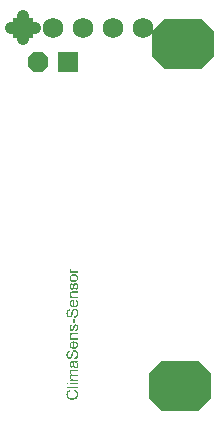
<source format=gts>
G04*
G04 #@! TF.GenerationSoftware,Altium Limited,Altium NEXUS,1.0.9 (89)*
G04*
G04 Layer_Color=8388736*
%FSLAX42Y42*%
%MOMM*%
G71*
G01*
G75*
%ADD12C,1.00*%
G04:AMPARAMS|DCode=13|XSize=4.2mm|YSize=5.2mm|CornerRadius=0mm|HoleSize=0mm|Usage=FLASHONLY|Rotation=270.000|XOffset=0mm|YOffset=0mm|HoleType=Round|Shape=Octagon|*
%AMOCTAGOND13*
4,1,8,2.60,1.05,2.60,-1.05,1.55,-2.10,-1.55,-2.10,-2.60,-1.05,-2.60,1.05,-1.55,2.10,1.55,2.10,2.60,1.05,0.0*
%
%ADD13OCTAGOND13*%

%ADD14P,1.87X8X22.5*%
%ADD15R,1.73X1.73*%
%ADD16C,1.73*%
G36*
X7664Y7599D02*
X7663Y7599D01*
X7663Y7599D01*
X7663Y7598D01*
X7662Y7597D01*
X7662Y7595D01*
X7661Y7594D01*
X7661Y7592D01*
X7661Y7591D01*
Y7590D01*
X7661Y7589D01*
X7661Y7589D01*
X7662Y7587D01*
X7662Y7586D01*
X7663Y7585D01*
X7663Y7584D01*
X7664Y7584D01*
X7664Y7583D01*
X7664Y7583D01*
X7665Y7582D01*
X7666Y7581D01*
X7667Y7581D01*
X7668Y7580D01*
X7670Y7580D01*
X7670Y7579D01*
X7671Y7579D01*
X7672Y7579D01*
X7674Y7579D01*
X7676Y7578D01*
X7678Y7578D01*
X7681Y7578D01*
X7684Y7578D01*
X7720D01*
Y7566D01*
X7650D01*
Y7577D01*
X7661D01*
X7661Y7577D01*
X7660Y7577D01*
X7659Y7578D01*
X7657Y7579D01*
X7655Y7580D01*
X7654Y7581D01*
X7652Y7583D01*
X7651Y7584D01*
X7651Y7584D01*
X7651Y7585D01*
X7651Y7585D01*
X7650Y7586D01*
X7650Y7587D01*
X7649Y7589D01*
X7649Y7590D01*
X7649Y7592D01*
Y7593D01*
X7649Y7594D01*
X7649Y7595D01*
X7650Y7597D01*
X7650Y7599D01*
X7651Y7601D01*
X7653Y7604D01*
X7664Y7599D01*
D02*
G37*
G36*
X7688Y7552D02*
X7689D01*
X7690Y7552D01*
X7692Y7552D01*
X7695Y7551D01*
X7699Y7550D01*
X7702Y7549D01*
X7705Y7548D01*
X7706D01*
X7706Y7548D01*
X7706Y7548D01*
X7707Y7547D01*
X7708Y7546D01*
X7710Y7545D01*
X7712Y7543D01*
X7714Y7541D01*
X7716Y7539D01*
X7717Y7536D01*
Y7536D01*
X7718Y7536D01*
X7718Y7536D01*
X7718Y7535D01*
X7718Y7534D01*
X7719Y7533D01*
X7719Y7531D01*
X7720Y7529D01*
X7721Y7526D01*
X7721Y7523D01*
X7722Y7519D01*
Y7518D01*
X7721Y7517D01*
X7721Y7516D01*
X7721Y7514D01*
X7721Y7513D01*
X7720Y7511D01*
X7719Y7507D01*
X7719Y7505D01*
X7718Y7503D01*
X7717Y7501D01*
X7715Y7499D01*
X7714Y7498D01*
X7712Y7496D01*
X7712Y7496D01*
X7712Y7496D01*
X7711Y7495D01*
X7711Y7495D01*
X7710Y7494D01*
X7708Y7493D01*
X7707Y7492D01*
X7705Y7492D01*
X7704Y7491D01*
X7702Y7490D01*
X7699Y7489D01*
X7697Y7488D01*
X7694Y7488D01*
X7691Y7487D01*
X7688Y7487D01*
X7685Y7487D01*
X7685D01*
X7684D01*
X7683Y7487D01*
X7682D01*
X7680Y7487D01*
X7679Y7488D01*
X7677Y7488D01*
X7674Y7488D01*
X7672Y7489D01*
X7670Y7490D01*
X7667Y7490D01*
X7665Y7492D01*
X7663Y7493D01*
X7661Y7494D01*
X7659Y7496D01*
X7657Y7498D01*
X7657Y7498D01*
X7656Y7498D01*
X7656Y7499D01*
X7655Y7499D01*
X7655Y7500D01*
X7654Y7501D01*
X7654Y7502D01*
X7653Y7504D01*
X7652Y7505D01*
X7651Y7507D01*
X7650Y7511D01*
X7649Y7515D01*
X7649Y7517D01*
X7649Y7519D01*
Y7521D01*
X7649Y7522D01*
X7649Y7523D01*
X7649Y7524D01*
X7650Y7526D01*
X7650Y7528D01*
X7651Y7532D01*
X7652Y7533D01*
X7653Y7535D01*
X7654Y7537D01*
X7655Y7539D01*
X7657Y7541D01*
X7658Y7543D01*
X7658Y7543D01*
X7659Y7543D01*
X7659Y7544D01*
X7660Y7544D01*
X7661Y7545D01*
X7662Y7546D01*
X7664Y7547D01*
X7665Y7548D01*
X7667Y7548D01*
X7669Y7549D01*
X7671Y7550D01*
X7673Y7551D01*
X7676Y7551D01*
X7678Y7552D01*
X7681Y7552D01*
X7684Y7552D01*
X7684D01*
X7685D01*
X7686D01*
X7686D01*
X7688Y7552D01*
D02*
G37*
G36*
X7702Y7477D02*
X7703Y7477D01*
X7705Y7477D01*
X7707Y7476D01*
X7709Y7475D01*
X7711Y7474D01*
X7711Y7474D01*
X7712Y7473D01*
X7713Y7472D01*
X7714Y7471D01*
X7715Y7470D01*
X7716Y7468D01*
X7718Y7466D01*
X7719Y7464D01*
X7719Y7464D01*
X7719Y7463D01*
X7720Y7461D01*
X7720Y7460D01*
X7721Y7457D01*
X7721Y7455D01*
X7721Y7452D01*
X7722Y7449D01*
Y7448D01*
X7721Y7447D01*
Y7446D01*
X7721Y7445D01*
X7721Y7442D01*
X7720Y7438D01*
X7719Y7435D01*
X7718Y7432D01*
X7717Y7430D01*
X7716Y7429D01*
Y7428D01*
X7716Y7428D01*
X7715Y7427D01*
X7714Y7426D01*
X7712Y7425D01*
X7709Y7423D01*
X7706Y7422D01*
X7703Y7420D01*
X7699Y7420D01*
X7697Y7431D01*
X7697D01*
X7698D01*
X7698Y7431D01*
X7700Y7432D01*
X7701Y7432D01*
X7703Y7433D01*
X7705Y7434D01*
X7707Y7435D01*
X7708Y7437D01*
X7708Y7437D01*
X7709Y7437D01*
X7709Y7438D01*
X7710Y7440D01*
X7711Y7442D01*
X7711Y7444D01*
X7712Y7446D01*
X7712Y7449D01*
Y7451D01*
X7712Y7452D01*
X7711Y7454D01*
X7711Y7456D01*
X7710Y7458D01*
X7710Y7460D01*
X7709Y7461D01*
X7708Y7461D01*
X7708Y7462D01*
X7707Y7463D01*
X7706Y7463D01*
X7705Y7464D01*
X7704Y7465D01*
X7702Y7465D01*
X7701Y7465D01*
X7701D01*
X7700D01*
X7699Y7465D01*
X7699Y7465D01*
X7698Y7464D01*
X7697Y7464D01*
X7695Y7463D01*
X7695Y7462D01*
X7694Y7462D01*
X7694Y7461D01*
X7694Y7460D01*
X7693Y7459D01*
X7693Y7458D01*
X7692Y7456D01*
X7692Y7454D01*
X7691Y7453D01*
X7691Y7451D01*
X7691Y7450D01*
Y7450D01*
X7690Y7449D01*
X7690Y7448D01*
X7690Y7448D01*
X7690Y7447D01*
X7689Y7445D01*
X7689Y7443D01*
X7688Y7440D01*
X7687Y7437D01*
X7686Y7434D01*
X7685Y7433D01*
X7685Y7432D01*
X7685Y7431D01*
X7684Y7431D01*
X7684Y7430D01*
X7683Y7429D01*
X7682Y7428D01*
X7681Y7426D01*
X7680Y7425D01*
X7678Y7424D01*
X7678Y7424D01*
X7678Y7424D01*
X7677Y7423D01*
X7675Y7423D01*
X7674Y7422D01*
X7672Y7422D01*
X7671Y7422D01*
X7669Y7422D01*
X7669D01*
X7668D01*
X7667Y7422D01*
X7666Y7422D01*
X7665Y7422D01*
X7663Y7422D01*
X7662Y7423D01*
X7660Y7424D01*
X7660Y7424D01*
X7660Y7424D01*
X7659Y7424D01*
X7658Y7425D01*
X7657Y7426D01*
X7656Y7427D01*
X7655Y7428D01*
X7654Y7429D01*
X7654Y7430D01*
X7653Y7430D01*
X7653Y7431D01*
X7653Y7431D01*
X7652Y7432D01*
X7651Y7434D01*
X7651Y7435D01*
X7650Y7437D01*
Y7437D01*
X7650Y7438D01*
X7650Y7439D01*
X7650Y7440D01*
X7649Y7442D01*
X7649Y7443D01*
X7649Y7445D01*
Y7449D01*
X7649Y7450D01*
X7649Y7452D01*
X7649Y7454D01*
X7650Y7457D01*
X7650Y7459D01*
X7651Y7462D01*
Y7462D01*
X7651Y7462D01*
X7652Y7463D01*
X7652Y7464D01*
X7653Y7465D01*
X7654Y7467D01*
X7655Y7468D01*
X7656Y7469D01*
X7658Y7471D01*
X7658Y7471D01*
X7658Y7471D01*
X7659Y7472D01*
X7661Y7472D01*
X7662Y7473D01*
X7664Y7474D01*
X7666Y7474D01*
X7668Y7475D01*
X7670Y7463D01*
X7670D01*
X7669Y7463D01*
X7668Y7463D01*
X7667Y7462D01*
X7666Y7462D01*
X7664Y7461D01*
X7663Y7460D01*
X7662Y7459D01*
X7662Y7458D01*
X7661Y7458D01*
X7661Y7457D01*
X7660Y7456D01*
X7660Y7454D01*
X7659Y7453D01*
X7659Y7450D01*
X7659Y7448D01*
Y7447D01*
X7659Y7445D01*
X7659Y7444D01*
X7659Y7442D01*
X7660Y7440D01*
X7660Y7438D01*
X7661Y7436D01*
X7661Y7436D01*
X7662Y7436D01*
X7662Y7435D01*
X7663Y7435D01*
X7664Y7434D01*
X7665Y7434D01*
X7666Y7433D01*
X7667Y7433D01*
X7668D01*
X7668D01*
X7668Y7433D01*
X7669D01*
X7670Y7434D01*
X7672Y7434D01*
X7672Y7435D01*
X7672Y7435D01*
X7673Y7436D01*
X7673Y7436D01*
X7674Y7437D01*
X7674Y7438D01*
X7675Y7439D01*
Y7439D01*
X7675Y7439D01*
X7675Y7440D01*
X7675Y7441D01*
X7676Y7442D01*
X7676Y7444D01*
X7677Y7445D01*
X7677Y7446D01*
X7677Y7448D01*
X7678Y7449D01*
Y7449D01*
X7678Y7450D01*
X7678Y7450D01*
X7678Y7451D01*
X7679Y7452D01*
X7679Y7454D01*
X7680Y7456D01*
X7681Y7459D01*
X7682Y7462D01*
X7682Y7465D01*
X7683Y7466D01*
X7683Y7467D01*
X7683Y7467D01*
X7684Y7468D01*
X7684Y7468D01*
X7685Y7470D01*
X7686Y7471D01*
X7687Y7472D01*
X7688Y7473D01*
X7690Y7475D01*
X7690Y7475D01*
X7690Y7475D01*
X7691Y7475D01*
X7692Y7476D01*
X7694Y7477D01*
X7695Y7477D01*
X7697Y7477D01*
X7700Y7477D01*
X7700D01*
X7701D01*
X7702Y7477D01*
D02*
G37*
G36*
X7720Y7394D02*
X7678D01*
X7678D01*
X7677D01*
X7677D01*
X7675D01*
X7674Y7394D01*
X7672Y7394D01*
X7670Y7394D01*
X7668Y7393D01*
X7667Y7393D01*
X7667D01*
X7666Y7393D01*
X7666Y7392D01*
X7665Y7392D01*
X7664Y7391D01*
X7663Y7390D01*
X7662Y7389D01*
X7661Y7388D01*
X7661Y7388D01*
X7661Y7387D01*
X7661Y7387D01*
X7660Y7386D01*
X7660Y7384D01*
X7659Y7383D01*
X7659Y7381D01*
X7659Y7380D01*
Y7378D01*
X7659Y7377D01*
X7660Y7375D01*
X7660Y7373D01*
X7661Y7371D01*
X7662Y7369D01*
X7664Y7367D01*
X7664Y7367D01*
X7665Y7366D01*
X7665Y7366D01*
X7666Y7365D01*
X7667Y7365D01*
X7668Y7364D01*
X7669Y7364D01*
X7670Y7363D01*
X7672Y7363D01*
X7674Y7362D01*
X7675Y7362D01*
X7677Y7362D01*
X7680Y7361D01*
X7682D01*
X7720D01*
Y7350D01*
X7650D01*
Y7360D01*
X7660D01*
X7660Y7360D01*
X7660Y7361D01*
X7659Y7361D01*
X7659Y7362D01*
X7658Y7362D01*
X7657Y7363D01*
X7656Y7365D01*
X7655Y7366D01*
X7654Y7367D01*
X7653Y7369D01*
X7652Y7371D01*
X7651Y7373D01*
X7650Y7375D01*
X7649Y7377D01*
X7649Y7380D01*
X7649Y7382D01*
Y7383D01*
X7649Y7385D01*
X7649Y7386D01*
X7649Y7388D01*
X7650Y7390D01*
X7650Y7392D01*
X7651Y7394D01*
X7651Y7394D01*
X7652Y7395D01*
X7652Y7396D01*
X7653Y7397D01*
X7654Y7398D01*
X7655Y7399D01*
X7656Y7401D01*
X7657Y7402D01*
X7657Y7402D01*
X7658Y7402D01*
X7659Y7403D01*
X7660Y7403D01*
X7661Y7404D01*
X7662Y7404D01*
X7664Y7405D01*
X7666Y7405D01*
X7666D01*
X7666Y7406D01*
X7667Y7406D01*
X7668Y7406D01*
X7670D01*
X7672Y7406D01*
X7674Y7406D01*
X7677D01*
X7720D01*
Y7394D01*
D02*
G37*
G36*
X7688Y7335D02*
Y7283D01*
X7688D01*
X7689D01*
X7689Y7283D01*
X7690D01*
X7691Y7283D01*
X7692Y7284D01*
X7695Y7284D01*
X7698Y7285D01*
X7700Y7286D01*
X7703Y7288D01*
X7706Y7290D01*
X7706Y7290D01*
X7707Y7291D01*
X7708Y7292D01*
X7709Y7294D01*
X7710Y7296D01*
X7711Y7298D01*
X7712Y7301D01*
X7712Y7304D01*
Y7305D01*
X7712Y7306D01*
X7711Y7308D01*
X7711Y7310D01*
X7710Y7311D01*
X7710Y7313D01*
X7709Y7315D01*
X7708Y7315D01*
X7708Y7316D01*
X7707Y7317D01*
X7706Y7318D01*
X7704Y7319D01*
X7702Y7320D01*
X7700Y7321D01*
X7698Y7323D01*
X7699Y7335D01*
X7699D01*
X7700Y7335D01*
X7700Y7334D01*
X7701Y7334D01*
X7702Y7334D01*
X7703Y7333D01*
X7705Y7332D01*
X7708Y7331D01*
X7711Y7329D01*
X7713Y7327D01*
X7716Y7324D01*
Y7324D01*
X7716Y7324D01*
X7716Y7323D01*
X7717Y7323D01*
X7717Y7322D01*
X7718Y7321D01*
X7718Y7320D01*
X7719Y7319D01*
X7720Y7316D01*
X7721Y7312D01*
X7721Y7308D01*
X7722Y7304D01*
Y7303D01*
X7721Y7302D01*
X7721Y7300D01*
X7721Y7299D01*
X7721Y7297D01*
X7720Y7295D01*
X7719Y7292D01*
X7719Y7289D01*
X7718Y7287D01*
X7717Y7285D01*
X7715Y7283D01*
X7714Y7282D01*
X7712Y7280D01*
X7712Y7280D01*
X7712Y7279D01*
X7711Y7279D01*
X7711Y7278D01*
X7710Y7278D01*
X7708Y7277D01*
X7707Y7276D01*
X7705Y7275D01*
X7704Y7275D01*
X7702Y7274D01*
X7700Y7273D01*
X7697Y7272D01*
X7695Y7272D01*
X7692Y7271D01*
X7689Y7271D01*
X7686Y7271D01*
X7686D01*
X7685D01*
X7684D01*
X7683Y7271D01*
X7681Y7271D01*
X7680Y7271D01*
X7678Y7272D01*
X7676Y7272D01*
X7671Y7273D01*
X7669Y7274D01*
X7667Y7275D01*
X7665Y7276D01*
X7663Y7277D01*
X7660Y7278D01*
X7659Y7280D01*
X7658Y7280D01*
X7658Y7280D01*
X7658Y7281D01*
X7657Y7282D01*
X7656Y7283D01*
X7655Y7284D01*
X7655Y7285D01*
X7654Y7286D01*
X7653Y7288D01*
X7652Y7290D01*
X7651Y7292D01*
X7650Y7294D01*
X7650Y7296D01*
X7649Y7298D01*
X7649Y7301D01*
X7649Y7303D01*
Y7305D01*
X7649Y7306D01*
X7649Y7307D01*
X7649Y7308D01*
X7650Y7310D01*
X7650Y7311D01*
X7651Y7315D01*
X7652Y7317D01*
X7653Y7319D01*
X7654Y7321D01*
X7655Y7323D01*
X7657Y7324D01*
X7658Y7326D01*
X7659Y7326D01*
X7659Y7327D01*
X7659Y7327D01*
X7660Y7328D01*
X7661Y7328D01*
X7662Y7329D01*
X7664Y7330D01*
X7665Y7331D01*
X7667Y7331D01*
X7669Y7332D01*
X7671Y7333D01*
X7674Y7334D01*
X7676Y7334D01*
X7679Y7335D01*
X7682Y7335D01*
X7685Y7335D01*
X7685D01*
X7686D01*
X7687D01*
X7688Y7335D01*
D02*
G37*
G36*
X7696Y7259D02*
X7698Y7259D01*
X7700Y7258D01*
X7702Y7257D01*
X7705Y7256D01*
X7707Y7255D01*
X7708D01*
X7708Y7255D01*
X7709Y7254D01*
X7710Y7253D01*
X7711Y7251D01*
X7713Y7250D01*
X7715Y7247D01*
X7716Y7245D01*
X7718Y7242D01*
Y7242D01*
X7718Y7242D01*
X7718Y7241D01*
X7718Y7241D01*
X7719Y7240D01*
X7719Y7239D01*
X7720Y7237D01*
X7720Y7234D01*
X7721Y7231D01*
X7721Y7227D01*
X7722Y7224D01*
Y7221D01*
X7721Y7220D01*
Y7219D01*
X7721Y7218D01*
X7721Y7216D01*
X7721Y7213D01*
X7720Y7209D01*
X7719Y7205D01*
X7718Y7202D01*
Y7202D01*
X7718Y7201D01*
X7717Y7201D01*
X7717Y7200D01*
X7716Y7199D01*
X7715Y7197D01*
X7713Y7194D01*
X7711Y7192D01*
X7709Y7190D01*
X7706Y7188D01*
X7706D01*
X7706Y7188D01*
X7706Y7187D01*
X7705Y7187D01*
X7704Y7187D01*
X7703Y7186D01*
X7701Y7185D01*
X7699Y7184D01*
X7696Y7184D01*
X7693Y7183D01*
X7689Y7183D01*
X7688Y7195D01*
X7688D01*
X7688D01*
X7689Y7195D01*
X7691Y7195D01*
X7692Y7195D01*
X7694Y7196D01*
X7696Y7197D01*
X7698Y7198D01*
X7700Y7199D01*
X7700Y7199D01*
X7701Y7199D01*
X7702Y7200D01*
X7703Y7201D01*
X7704Y7202D01*
X7705Y7204D01*
X7706Y7206D01*
X7707Y7208D01*
Y7208D01*
X7708Y7209D01*
X7708Y7209D01*
X7708Y7211D01*
X7709Y7213D01*
X7709Y7215D01*
X7710Y7217D01*
X7710Y7220D01*
X7710Y7223D01*
Y7224D01*
X7710Y7226D01*
X7710Y7227D01*
X7710Y7229D01*
X7709Y7231D01*
X7709Y7234D01*
X7708Y7236D01*
X7708Y7236D01*
X7708Y7237D01*
X7707Y7238D01*
X7707Y7239D01*
X7706Y7240D01*
X7705Y7242D01*
X7704Y7243D01*
X7702Y7244D01*
X7702Y7244D01*
X7702Y7244D01*
X7701Y7245D01*
X7700Y7245D01*
X7699Y7246D01*
X7697Y7246D01*
X7696Y7247D01*
X7694Y7247D01*
X7694D01*
X7693D01*
X7692Y7247D01*
X7691Y7247D01*
X7690Y7246D01*
X7689Y7246D01*
X7687Y7245D01*
X7686Y7244D01*
X7686Y7244D01*
X7686Y7244D01*
X7685Y7243D01*
X7684Y7242D01*
X7683Y7241D01*
X7682Y7240D01*
X7681Y7238D01*
X7680Y7236D01*
X7680Y7235D01*
X7680Y7235D01*
X7680Y7234D01*
X7680Y7233D01*
X7679Y7232D01*
X7679Y7231D01*
X7679Y7230D01*
X7678Y7228D01*
X7678Y7227D01*
X7677Y7225D01*
X7677Y7223D01*
X7676Y7221D01*
X7676Y7218D01*
Y7218D01*
X7676Y7218D01*
X7675Y7217D01*
X7675Y7216D01*
X7675Y7215D01*
X7675Y7214D01*
X7674Y7211D01*
X7673Y7208D01*
X7672Y7205D01*
X7671Y7202D01*
X7670Y7201D01*
X7670Y7200D01*
Y7200D01*
X7670Y7200D01*
X7669Y7199D01*
X7668Y7198D01*
X7667Y7196D01*
X7666Y7194D01*
X7665Y7193D01*
X7663Y7191D01*
X7661Y7190D01*
X7661Y7189D01*
X7660Y7189D01*
X7659Y7189D01*
X7657Y7188D01*
X7656Y7187D01*
X7654Y7187D01*
X7651Y7186D01*
X7649Y7186D01*
X7649D01*
X7649D01*
X7648D01*
X7648D01*
X7646Y7187D01*
X7644Y7187D01*
X7642Y7187D01*
X7640Y7188D01*
X7638Y7189D01*
X7635Y7190D01*
X7635D01*
X7635Y7190D01*
X7634Y7191D01*
X7633Y7192D01*
X7632Y7193D01*
X7630Y7195D01*
X7628Y7197D01*
X7627Y7200D01*
X7626Y7202D01*
Y7203D01*
X7625Y7203D01*
X7625Y7203D01*
X7625Y7204D01*
X7625Y7205D01*
X7625Y7205D01*
X7624Y7208D01*
X7623Y7210D01*
X7623Y7213D01*
X7622Y7217D01*
X7622Y7220D01*
Y7222D01*
X7622Y7223D01*
Y7224D01*
X7623Y7226D01*
X7623Y7229D01*
X7624Y7232D01*
X7625Y7236D01*
X7626Y7239D01*
Y7239D01*
X7626Y7239D01*
X7626Y7240D01*
X7626Y7240D01*
X7627Y7242D01*
X7628Y7244D01*
X7630Y7246D01*
X7632Y7248D01*
X7634Y7250D01*
X7636Y7251D01*
X7636Y7252D01*
X7637Y7252D01*
X7639Y7253D01*
X7640Y7254D01*
X7643Y7255D01*
X7645Y7255D01*
X7648Y7256D01*
X7651Y7256D01*
X7652Y7244D01*
X7652D01*
X7651D01*
X7651Y7244D01*
X7650Y7244D01*
X7649Y7244D01*
X7647Y7243D01*
X7645Y7242D01*
X7642Y7241D01*
X7640Y7239D01*
X7638Y7237D01*
X7638Y7237D01*
X7638Y7236D01*
X7637Y7235D01*
X7636Y7233D01*
X7635Y7231D01*
X7634Y7228D01*
X7634Y7224D01*
X7634Y7221D01*
Y7219D01*
X7634Y7218D01*
X7634Y7217D01*
X7634Y7214D01*
X7635Y7211D01*
X7635Y7209D01*
X7636Y7206D01*
X7637Y7205D01*
X7638Y7204D01*
X7638Y7204D01*
X7639Y7203D01*
X7640Y7202D01*
X7641Y7201D01*
X7642Y7200D01*
X7644Y7199D01*
X7646Y7199D01*
X7648Y7199D01*
X7648D01*
X7649D01*
X7650Y7199D01*
X7651Y7199D01*
X7652Y7199D01*
X7654Y7200D01*
X7655Y7201D01*
X7657Y7202D01*
X7657Y7202D01*
X7657Y7203D01*
X7657Y7204D01*
X7658Y7204D01*
X7658Y7205D01*
X7659Y7206D01*
X7659Y7207D01*
X7660Y7209D01*
X7660Y7210D01*
X7661Y7212D01*
X7662Y7214D01*
X7662Y7216D01*
X7663Y7219D01*
X7664Y7221D01*
Y7222D01*
X7664Y7222D01*
X7664Y7223D01*
X7664Y7224D01*
X7664Y7225D01*
X7665Y7227D01*
X7665Y7230D01*
X7666Y7233D01*
X7667Y7237D01*
X7668Y7239D01*
X7668Y7240D01*
X7669Y7242D01*
X7669Y7243D01*
Y7243D01*
X7670Y7243D01*
X7670Y7244D01*
X7670Y7244D01*
X7671Y7246D01*
X7672Y7247D01*
X7674Y7249D01*
X7675Y7252D01*
X7677Y7253D01*
X7679Y7255D01*
X7680Y7255D01*
X7680Y7256D01*
X7682Y7256D01*
X7683Y7257D01*
X7685Y7258D01*
X7687Y7259D01*
X7690Y7259D01*
X7693Y7259D01*
X7693D01*
X7693D01*
X7694D01*
X7694D01*
X7696Y7259D01*
D02*
G37*
G36*
X7691Y7136D02*
X7679D01*
Y7172D01*
X7691D01*
Y7136D01*
D02*
G37*
G36*
X7702Y7127D02*
X7703Y7126D01*
X7705Y7126D01*
X7707Y7125D01*
X7709Y7124D01*
X7711Y7123D01*
X7711Y7123D01*
X7712Y7123D01*
X7713Y7122D01*
X7714Y7121D01*
X7715Y7119D01*
X7716Y7118D01*
X7718Y7116D01*
X7719Y7113D01*
X7719Y7113D01*
X7719Y7112D01*
X7720Y7111D01*
X7720Y7109D01*
X7721Y7107D01*
X7721Y7104D01*
X7721Y7102D01*
X7722Y7099D01*
Y7097D01*
X7721Y7096D01*
Y7095D01*
X7721Y7094D01*
X7721Y7091D01*
X7720Y7088D01*
X7719Y7084D01*
X7718Y7081D01*
X7717Y7079D01*
X7716Y7078D01*
Y7078D01*
X7716Y7078D01*
X7715Y7077D01*
X7714Y7076D01*
X7712Y7074D01*
X7709Y7073D01*
X7706Y7071D01*
X7703Y7070D01*
X7699Y7069D01*
X7697Y7081D01*
X7697D01*
X7698D01*
X7698Y7081D01*
X7700Y7081D01*
X7701Y7082D01*
X7703Y7082D01*
X7705Y7083D01*
X7707Y7085D01*
X7708Y7086D01*
X7708Y7086D01*
X7709Y7087D01*
X7709Y7088D01*
X7710Y7089D01*
X7711Y7091D01*
X7711Y7093D01*
X7712Y7096D01*
X7712Y7099D01*
Y7100D01*
X7712Y7101D01*
X7711Y7103D01*
X7711Y7105D01*
X7710Y7107D01*
X7710Y7109D01*
X7709Y7111D01*
X7708Y7111D01*
X7708Y7111D01*
X7707Y7112D01*
X7706Y7113D01*
X7705Y7113D01*
X7704Y7114D01*
X7702Y7115D01*
X7701Y7115D01*
X7701D01*
X7700D01*
X7699Y7115D01*
X7699Y7114D01*
X7698Y7114D01*
X7697Y7113D01*
X7695Y7112D01*
X7695Y7111D01*
X7694Y7111D01*
X7694Y7111D01*
X7694Y7110D01*
X7693Y7109D01*
X7693Y7107D01*
X7692Y7105D01*
X7692Y7104D01*
X7691Y7102D01*
X7691Y7101D01*
X7691Y7099D01*
Y7099D01*
X7690Y7099D01*
X7690Y7098D01*
X7690Y7097D01*
X7690Y7096D01*
X7689Y7095D01*
X7689Y7092D01*
X7688Y7089D01*
X7687Y7086D01*
X7686Y7083D01*
X7685Y7082D01*
X7685Y7081D01*
X7685Y7081D01*
X7684Y7080D01*
X7684Y7079D01*
X7683Y7078D01*
X7682Y7077D01*
X7681Y7076D01*
X7680Y7075D01*
X7678Y7074D01*
X7678Y7073D01*
X7678Y7073D01*
X7677Y7073D01*
X7675Y7072D01*
X7674Y7072D01*
X7672Y7071D01*
X7671Y7071D01*
X7669Y7071D01*
X7669D01*
X7668D01*
X7667Y7071D01*
X7666Y7071D01*
X7665Y7071D01*
X7663Y7072D01*
X7662Y7072D01*
X7660Y7073D01*
X7660Y7073D01*
X7660Y7073D01*
X7659Y7074D01*
X7658Y7075D01*
X7657Y7075D01*
X7656Y7076D01*
X7655Y7078D01*
X7654Y7079D01*
X7654Y7079D01*
X7653Y7079D01*
X7653Y7080D01*
X7653Y7081D01*
X7652Y7082D01*
X7651Y7083D01*
X7651Y7085D01*
X7650Y7086D01*
Y7087D01*
X7650Y7087D01*
X7650Y7088D01*
X7650Y7089D01*
X7649Y7091D01*
X7649Y7093D01*
X7649Y7095D01*
Y7098D01*
X7649Y7100D01*
X7649Y7101D01*
X7649Y7104D01*
X7650Y7106D01*
X7650Y7109D01*
X7651Y7111D01*
Y7111D01*
X7651Y7111D01*
X7652Y7112D01*
X7652Y7113D01*
X7653Y7114D01*
X7654Y7116D01*
X7655Y7117D01*
X7656Y7119D01*
X7658Y7120D01*
X7658Y7120D01*
X7658Y7121D01*
X7659Y7121D01*
X7661Y7122D01*
X7662Y7122D01*
X7664Y7123D01*
X7666Y7124D01*
X7668Y7124D01*
X7670Y7113D01*
X7670D01*
X7669Y7113D01*
X7668Y7112D01*
X7667Y7112D01*
X7666Y7111D01*
X7664Y7110D01*
X7663Y7109D01*
X7662Y7108D01*
X7662Y7108D01*
X7661Y7107D01*
X7661Y7106D01*
X7660Y7105D01*
X7660Y7104D01*
X7659Y7102D01*
X7659Y7100D01*
X7659Y7097D01*
Y7096D01*
X7659Y7095D01*
X7659Y7093D01*
X7659Y7091D01*
X7660Y7089D01*
X7660Y7087D01*
X7661Y7086D01*
X7661Y7086D01*
X7662Y7085D01*
X7662Y7085D01*
X7663Y7084D01*
X7664Y7084D01*
X7665Y7083D01*
X7666Y7083D01*
X7667Y7082D01*
X7668D01*
X7668D01*
X7668Y7083D01*
X7669D01*
X7670Y7083D01*
X7672Y7084D01*
X7672Y7084D01*
X7672Y7084D01*
X7673Y7085D01*
X7673Y7086D01*
X7674Y7086D01*
X7674Y7087D01*
X7675Y7088D01*
Y7088D01*
X7675Y7089D01*
X7675Y7089D01*
X7675Y7090D01*
X7676Y7092D01*
X7676Y7093D01*
X7677Y7095D01*
X7677Y7096D01*
X7677Y7097D01*
X7678Y7099D01*
Y7099D01*
X7678Y7099D01*
X7678Y7100D01*
X7678Y7101D01*
X7679Y7102D01*
X7679Y7103D01*
X7680Y7106D01*
X7681Y7108D01*
X7682Y7111D01*
X7682Y7114D01*
X7683Y7115D01*
X7683Y7116D01*
X7683Y7116D01*
X7684Y7117D01*
X7684Y7118D01*
X7685Y7119D01*
X7686Y7120D01*
X7687Y7122D01*
X7688Y7123D01*
X7690Y7124D01*
X7690Y7124D01*
X7690Y7124D01*
X7691Y7125D01*
X7692Y7125D01*
X7694Y7126D01*
X7695Y7126D01*
X7697Y7127D01*
X7700Y7127D01*
X7700D01*
X7701D01*
X7702Y7127D01*
D02*
G37*
G36*
X7720Y7044D02*
X7678D01*
X7678D01*
X7677D01*
X7677D01*
X7675D01*
X7674Y7044D01*
X7672Y7043D01*
X7670Y7043D01*
X7668Y7043D01*
X7667Y7042D01*
X7667D01*
X7666Y7042D01*
X7666Y7042D01*
X7665Y7041D01*
X7664Y7040D01*
X7663Y7040D01*
X7662Y7039D01*
X7661Y7037D01*
X7661Y7037D01*
X7661Y7037D01*
X7661Y7036D01*
X7660Y7035D01*
X7660Y7034D01*
X7659Y7032D01*
X7659Y7031D01*
X7659Y7029D01*
Y7028D01*
X7659Y7027D01*
X7660Y7025D01*
X7660Y7023D01*
X7661Y7021D01*
X7662Y7018D01*
X7664Y7016D01*
X7664Y7016D01*
X7665Y7015D01*
X7665Y7015D01*
X7666Y7015D01*
X7667Y7014D01*
X7668Y7014D01*
X7669Y7013D01*
X7670Y7013D01*
X7672Y7012D01*
X7674Y7012D01*
X7675Y7011D01*
X7677Y7011D01*
X7680Y7011D01*
X7682D01*
X7720D01*
Y6999D01*
X7650D01*
Y7010D01*
X7660D01*
X7660Y7010D01*
X7660Y7010D01*
X7659Y7011D01*
X7659Y7011D01*
X7658Y7012D01*
X7657Y7013D01*
X7656Y7014D01*
X7655Y7015D01*
X7654Y7017D01*
X7653Y7018D01*
X7652Y7020D01*
X7651Y7022D01*
X7650Y7024D01*
X7649Y7027D01*
X7649Y7029D01*
X7649Y7032D01*
Y7033D01*
X7649Y7034D01*
X7649Y7036D01*
X7649Y7037D01*
X7650Y7039D01*
X7650Y7041D01*
X7651Y7043D01*
X7651Y7044D01*
X7652Y7044D01*
X7652Y7045D01*
X7653Y7046D01*
X7654Y7048D01*
X7655Y7049D01*
X7656Y7050D01*
X7657Y7051D01*
X7657Y7051D01*
X7658Y7052D01*
X7659Y7052D01*
X7660Y7053D01*
X7661Y7053D01*
X7662Y7054D01*
X7664Y7054D01*
X7666Y7055D01*
X7666D01*
X7666Y7055D01*
X7667Y7055D01*
X7668Y7055D01*
X7670D01*
X7672Y7055D01*
X7674Y7056D01*
X7677D01*
X7720D01*
Y7044D01*
D02*
G37*
G36*
X7688Y6984D02*
Y6933D01*
X7688D01*
X7689D01*
X7689Y6933D01*
X7690D01*
X7691Y6933D01*
X7692Y6933D01*
X7695Y6934D01*
X7698Y6934D01*
X7700Y6936D01*
X7703Y6937D01*
X7706Y6939D01*
X7706Y6939D01*
X7707Y6940D01*
X7708Y6941D01*
X7709Y6943D01*
X7710Y6945D01*
X7711Y6947D01*
X7712Y6950D01*
X7712Y6953D01*
Y6955D01*
X7712Y6956D01*
X7711Y6957D01*
X7711Y6959D01*
X7710Y6961D01*
X7710Y6963D01*
X7709Y6965D01*
X7708Y6965D01*
X7708Y6965D01*
X7707Y6966D01*
X7706Y6967D01*
X7704Y6968D01*
X7702Y6970D01*
X7700Y6971D01*
X7698Y6972D01*
X7699Y6984D01*
X7699D01*
X7700Y6984D01*
X7700Y6984D01*
X7701Y6984D01*
X7702Y6983D01*
X7703Y6983D01*
X7705Y6982D01*
X7708Y6980D01*
X7711Y6978D01*
X7713Y6976D01*
X7716Y6973D01*
Y6973D01*
X7716Y6973D01*
X7716Y6973D01*
X7717Y6972D01*
X7717Y6971D01*
X7718Y6970D01*
X7718Y6969D01*
X7719Y6968D01*
X7720Y6965D01*
X7721Y6962D01*
X7721Y6958D01*
X7722Y6953D01*
Y6952D01*
X7721Y6951D01*
X7721Y6950D01*
X7721Y6948D01*
X7721Y6946D01*
X7720Y6945D01*
X7719Y6941D01*
X7719Y6939D01*
X7718Y6937D01*
X7717Y6935D01*
X7715Y6933D01*
X7714Y6931D01*
X7712Y6929D01*
X7712Y6929D01*
X7712Y6929D01*
X7711Y6928D01*
X7711Y6928D01*
X7710Y6927D01*
X7708Y6926D01*
X7707Y6926D01*
X7705Y6925D01*
X7704Y6924D01*
X7702Y6923D01*
X7700Y6922D01*
X7697Y6922D01*
X7695Y6921D01*
X7692Y6921D01*
X7689Y6921D01*
X7686Y6920D01*
X7686D01*
X7685D01*
X7684D01*
X7683Y6921D01*
X7681Y6921D01*
X7680Y6921D01*
X7678Y6921D01*
X7676Y6922D01*
X7671Y6923D01*
X7669Y6923D01*
X7667Y6924D01*
X7665Y6925D01*
X7663Y6926D01*
X7660Y6928D01*
X7659Y6929D01*
X7658Y6930D01*
X7658Y6930D01*
X7658Y6930D01*
X7657Y6931D01*
X7656Y6932D01*
X7655Y6933D01*
X7655Y6934D01*
X7654Y6936D01*
X7653Y6937D01*
X7652Y6939D01*
X7651Y6941D01*
X7650Y6943D01*
X7650Y6945D01*
X7649Y6948D01*
X7649Y6950D01*
X7649Y6953D01*
Y6954D01*
X7649Y6955D01*
X7649Y6956D01*
X7649Y6958D01*
X7650Y6959D01*
X7650Y6961D01*
X7651Y6964D01*
X7652Y6966D01*
X7653Y6968D01*
X7654Y6970D01*
X7655Y6972D01*
X7657Y6974D01*
X7658Y6976D01*
X7659Y6976D01*
X7659Y6976D01*
X7659Y6976D01*
X7660Y6977D01*
X7661Y6978D01*
X7662Y6978D01*
X7664Y6979D01*
X7665Y6980D01*
X7667Y6981D01*
X7669Y6982D01*
X7671Y6982D01*
X7674Y6983D01*
X7676Y6984D01*
X7679Y6984D01*
X7682Y6984D01*
X7685Y6985D01*
X7685D01*
X7686D01*
X7687D01*
X7688Y6984D01*
D02*
G37*
G36*
X7696Y6908D02*
X7698Y6908D01*
X7700Y6907D01*
X7702Y6907D01*
X7705Y6906D01*
X7707Y6904D01*
X7708D01*
X7708Y6904D01*
X7709Y6903D01*
X7710Y6902D01*
X7711Y6901D01*
X7713Y6899D01*
X7715Y6897D01*
X7716Y6894D01*
X7718Y6891D01*
Y6891D01*
X7718Y6891D01*
X7718Y6891D01*
X7718Y6890D01*
X7719Y6889D01*
X7719Y6888D01*
X7720Y6886D01*
X7720Y6883D01*
X7721Y6880D01*
X7721Y6877D01*
X7722Y6873D01*
Y6871D01*
X7721Y6870D01*
Y6868D01*
X7721Y6867D01*
X7721Y6865D01*
X7721Y6862D01*
X7720Y6858D01*
X7719Y6855D01*
X7718Y6851D01*
Y6851D01*
X7718Y6851D01*
X7717Y6850D01*
X7717Y6850D01*
X7716Y6848D01*
X7715Y6846D01*
X7713Y6844D01*
X7711Y6842D01*
X7709Y6839D01*
X7706Y6837D01*
X7706D01*
X7706Y6837D01*
X7706Y6837D01*
X7705Y6837D01*
X7704Y6836D01*
X7703Y6836D01*
X7701Y6835D01*
X7699Y6834D01*
X7696Y6833D01*
X7693Y6832D01*
X7689Y6832D01*
X7688Y6844D01*
X7688D01*
X7688D01*
X7689Y6844D01*
X7691Y6845D01*
X7692Y6845D01*
X7694Y6845D01*
X7696Y6846D01*
X7698Y6847D01*
X7700Y6848D01*
X7700Y6848D01*
X7701Y6849D01*
X7702Y6849D01*
X7703Y6850D01*
X7704Y6852D01*
X7705Y6853D01*
X7706Y6855D01*
X7707Y6858D01*
Y6858D01*
X7708Y6858D01*
X7708Y6859D01*
X7708Y6860D01*
X7709Y6862D01*
X7709Y6864D01*
X7710Y6867D01*
X7710Y6869D01*
X7710Y6872D01*
Y6874D01*
X7710Y6875D01*
X7710Y6877D01*
X7710Y6879D01*
X7709Y6881D01*
X7709Y6883D01*
X7708Y6885D01*
X7708Y6885D01*
X7708Y6886D01*
X7707Y6887D01*
X7707Y6888D01*
X7706Y6890D01*
X7705Y6891D01*
X7704Y6892D01*
X7702Y6893D01*
X7702Y6894D01*
X7702Y6894D01*
X7701Y6894D01*
X7700Y6895D01*
X7699Y6895D01*
X7697Y6896D01*
X7696Y6896D01*
X7694Y6896D01*
X7694D01*
X7693D01*
X7692Y6896D01*
X7691Y6896D01*
X7690Y6896D01*
X7689Y6895D01*
X7687Y6895D01*
X7686Y6894D01*
X7686Y6894D01*
X7686Y6893D01*
X7685Y6893D01*
X7684Y6892D01*
X7683Y6890D01*
X7682Y6889D01*
X7681Y6887D01*
X7680Y6885D01*
X7680Y6885D01*
X7680Y6884D01*
X7680Y6883D01*
X7680Y6882D01*
X7679Y6881D01*
X7679Y6880D01*
X7679Y6879D01*
X7678Y6878D01*
X7678Y6876D01*
X7677Y6874D01*
X7677Y6872D01*
X7676Y6870D01*
X7676Y6868D01*
Y6868D01*
X7676Y6867D01*
X7675Y6867D01*
X7675Y6866D01*
X7675Y6865D01*
X7675Y6863D01*
X7674Y6861D01*
X7673Y6857D01*
X7672Y6854D01*
X7671Y6852D01*
X7670Y6850D01*
X7670Y6849D01*
Y6849D01*
X7670Y6849D01*
X7669Y6848D01*
X7668Y6847D01*
X7667Y6845D01*
X7666Y6844D01*
X7665Y6842D01*
X7663Y6840D01*
X7661Y6839D01*
X7661Y6839D01*
X7660Y6838D01*
X7659Y6838D01*
X7657Y6837D01*
X7656Y6837D01*
X7654Y6836D01*
X7651Y6836D01*
X7649Y6836D01*
X7649D01*
X7649D01*
X7648D01*
X7648D01*
X7646Y6836D01*
X7644Y6836D01*
X7642Y6837D01*
X7640Y6837D01*
X7638Y6838D01*
X7635Y6840D01*
X7635D01*
X7635Y6840D01*
X7634Y6840D01*
X7633Y6841D01*
X7632Y6843D01*
X7630Y6845D01*
X7628Y6847D01*
X7627Y6849D01*
X7626Y6852D01*
Y6852D01*
X7625Y6852D01*
X7625Y6853D01*
X7625Y6853D01*
X7625Y6854D01*
X7625Y6855D01*
X7624Y6857D01*
X7623Y6860D01*
X7623Y6863D01*
X7622Y6866D01*
X7622Y6869D01*
Y6871D01*
X7622Y6872D01*
Y6873D01*
X7623Y6876D01*
X7623Y6879D01*
X7624Y6882D01*
X7625Y6885D01*
X7626Y6888D01*
Y6888D01*
X7626Y6889D01*
X7626Y6889D01*
X7626Y6890D01*
X7627Y6891D01*
X7628Y6893D01*
X7630Y6895D01*
X7632Y6897D01*
X7634Y6899D01*
X7636Y6901D01*
X7636Y6901D01*
X7637Y6902D01*
X7639Y6902D01*
X7640Y6903D01*
X7643Y6904D01*
X7645Y6905D01*
X7648Y6905D01*
X7651Y6906D01*
X7652Y6894D01*
X7652D01*
X7651D01*
X7651Y6893D01*
X7650Y6893D01*
X7649Y6893D01*
X7647Y6892D01*
X7645Y6891D01*
X7642Y6890D01*
X7640Y6889D01*
X7638Y6887D01*
X7638Y6887D01*
X7638Y6886D01*
X7637Y6884D01*
X7636Y6883D01*
X7635Y6880D01*
X7634Y6877D01*
X7634Y6874D01*
X7634Y6870D01*
Y6868D01*
X7634Y6867D01*
X7634Y6866D01*
X7634Y6864D01*
X7635Y6861D01*
X7635Y6858D01*
X7636Y6856D01*
X7637Y6854D01*
X7638Y6853D01*
X7638Y6853D01*
X7639Y6852D01*
X7640Y6852D01*
X7641Y6851D01*
X7642Y6850D01*
X7644Y6849D01*
X7646Y6848D01*
X7648Y6848D01*
X7648D01*
X7649D01*
X7650Y6848D01*
X7651Y6848D01*
X7652Y6849D01*
X7654Y6850D01*
X7655Y6850D01*
X7657Y6852D01*
X7657Y6852D01*
X7657Y6853D01*
X7657Y6853D01*
X7658Y6854D01*
X7658Y6854D01*
X7659Y6855D01*
X7659Y6857D01*
X7660Y6858D01*
X7660Y6860D01*
X7661Y6861D01*
X7662Y6863D01*
X7662Y6866D01*
X7663Y6868D01*
X7664Y6871D01*
Y6871D01*
X7664Y6872D01*
X7664Y6872D01*
X7664Y6873D01*
X7664Y6875D01*
X7665Y6876D01*
X7665Y6879D01*
X7666Y6883D01*
X7667Y6886D01*
X7668Y6888D01*
X7668Y6890D01*
X7669Y6891D01*
X7669Y6892D01*
Y6892D01*
X7670Y6893D01*
X7670Y6893D01*
X7670Y6894D01*
X7671Y6895D01*
X7672Y6897D01*
X7674Y6899D01*
X7675Y6901D01*
X7677Y6903D01*
X7679Y6905D01*
X7680Y6905D01*
X7680Y6905D01*
X7682Y6906D01*
X7683Y6907D01*
X7685Y6907D01*
X7687Y6908D01*
X7690Y6908D01*
X7693Y6909D01*
X7693D01*
X7693D01*
X7694D01*
X7694D01*
X7696Y6908D01*
D02*
G37*
G36*
X7720Y6808D02*
X7720Y6808D01*
X7719Y6808D01*
X7719Y6807D01*
X7718Y6807D01*
X7716Y6807D01*
X7715Y6806D01*
X7713Y6806D01*
X7711Y6806D01*
X7712Y6805D01*
X7712Y6805D01*
X7713Y6803D01*
X7714Y6802D01*
X7716Y6800D01*
X7717Y6798D01*
X7718Y6795D01*
X7719Y6793D01*
X7719Y6793D01*
X7720Y6792D01*
X7720Y6791D01*
X7720Y6789D01*
X7721Y6787D01*
X7721Y6785D01*
X7721Y6783D01*
X7722Y6780D01*
Y6779D01*
X7721Y6778D01*
Y6777D01*
X7721Y6776D01*
X7721Y6773D01*
X7720Y6771D01*
X7719Y6768D01*
X7718Y6765D01*
X7716Y6762D01*
X7716Y6762D01*
X7715Y6761D01*
X7714Y6760D01*
X7712Y6759D01*
X7710Y6758D01*
X7708Y6757D01*
X7705Y6756D01*
X7703Y6756D01*
X7702Y6756D01*
X7701D01*
X7701D01*
X7700Y6756D01*
X7699Y6756D01*
X7697Y6757D01*
X7696Y6757D01*
X7694Y6758D01*
X7692Y6758D01*
X7692Y6759D01*
X7692Y6759D01*
X7691Y6759D01*
X7690Y6760D01*
X7689Y6761D01*
X7688Y6762D01*
X7687Y6763D01*
X7686Y6764D01*
X7685Y6765D01*
X7685Y6765D01*
X7685Y6766D01*
X7684Y6767D01*
X7683Y6768D01*
X7683Y6770D01*
X7682Y6771D01*
X7682Y6773D01*
Y6773D01*
X7681Y6774D01*
X7681Y6775D01*
X7681Y6776D01*
X7681Y6777D01*
X7680Y6779D01*
X7680Y6781D01*
X7680Y6784D01*
Y6784D01*
X7680Y6784D01*
Y6785D01*
X7680Y6786D01*
X7679Y6787D01*
X7679Y6788D01*
X7679Y6790D01*
X7679Y6792D01*
X7678Y6795D01*
X7677Y6799D01*
X7677Y6802D01*
X7676Y6803D01*
X7676Y6805D01*
X7676D01*
X7675D01*
X7674Y6805D01*
X7673D01*
X7673D01*
X7673D01*
X7673D01*
X7672D01*
X7672D01*
X7670Y6805D01*
X7669Y6804D01*
X7667Y6804D01*
X7665Y6803D01*
X7664Y6803D01*
X7663Y6801D01*
X7663Y6801D01*
X7662Y6801D01*
X7661Y6800D01*
X7661Y6798D01*
X7660Y6796D01*
X7659Y6794D01*
X7659Y6791D01*
X7659Y6788D01*
Y6787D01*
X7659Y6785D01*
X7659Y6783D01*
X7659Y6781D01*
X7660Y6779D01*
X7661Y6777D01*
X7662Y6776D01*
X7662Y6775D01*
X7662Y6775D01*
X7663Y6774D01*
X7664Y6773D01*
X7665Y6772D01*
X7667Y6771D01*
X7669Y6771D01*
X7672Y6770D01*
X7670Y6758D01*
X7670D01*
X7670Y6758D01*
X7669Y6758D01*
X7668Y6759D01*
X7666Y6759D01*
X7664Y6760D01*
X7662Y6761D01*
X7660Y6762D01*
X7658Y6763D01*
X7658Y6763D01*
X7658Y6764D01*
X7657Y6765D01*
X7656Y6766D01*
X7655Y6767D01*
X7654Y6769D01*
X7652Y6771D01*
X7651Y6774D01*
Y6774D01*
X7651Y6774D01*
X7651Y6774D01*
X7651Y6775D01*
X7651Y6776D01*
X7650Y6778D01*
X7650Y6781D01*
X7649Y6783D01*
X7649Y6786D01*
X7649Y6790D01*
Y6791D01*
X7649Y6793D01*
X7649Y6795D01*
X7649Y6797D01*
X7650Y6800D01*
X7650Y6802D01*
X7651Y6804D01*
X7651Y6804D01*
X7651Y6805D01*
X7652Y6806D01*
X7652Y6807D01*
X7653Y6809D01*
X7654Y6810D01*
X7655Y6811D01*
X7656Y6812D01*
X7656Y6812D01*
X7657Y6813D01*
X7658Y6813D01*
X7658Y6814D01*
X7660Y6814D01*
X7661Y6815D01*
X7663Y6816D01*
X7664Y6816D01*
X7664D01*
X7665Y6816D01*
X7666Y6816D01*
X7667Y6816D01*
X7668D01*
X7670Y6817D01*
X7672Y6817D01*
X7675D01*
X7691D01*
X7691D01*
X7692D01*
X7692D01*
X7693D01*
X7695D01*
X7696D01*
X7700Y6817D01*
X7703D01*
X7707Y6817D01*
X7708Y6817D01*
X7710D01*
X7711Y6817D01*
X7712Y6817D01*
X7712D01*
X7712Y6818D01*
X7713Y6818D01*
X7714Y6818D01*
X7716Y6818D01*
X7717Y6819D01*
X7720Y6820D01*
Y6808D01*
D02*
G37*
G36*
Y6731D02*
X7676D01*
X7676D01*
X7676D01*
X7675D01*
X7674D01*
X7672Y6731D01*
X7671Y6731D01*
X7669Y6731D01*
X7667Y6730D01*
X7666Y6730D01*
X7666D01*
X7665Y6730D01*
X7665Y6729D01*
X7664Y6729D01*
X7664Y6728D01*
X7663Y6728D01*
X7662Y6727D01*
X7661Y6726D01*
X7661Y6726D01*
X7661Y6725D01*
X7661Y6725D01*
X7660Y6724D01*
X7660Y6723D01*
X7659Y6722D01*
X7659Y6720D01*
X7659Y6719D01*
Y6718D01*
X7659Y6718D01*
X7659Y6716D01*
X7660Y6714D01*
X7660Y6713D01*
X7661Y6710D01*
X7662Y6708D01*
X7664Y6706D01*
X7664Y6706D01*
X7665Y6706D01*
X7666Y6705D01*
X7668Y6704D01*
X7670Y6703D01*
X7673Y6702D01*
X7676Y6702D01*
X7680Y6702D01*
X7720D01*
Y6690D01*
X7675D01*
X7675D01*
X7675D01*
X7674D01*
X7674D01*
X7672Y6690D01*
X7670Y6689D01*
X7669Y6689D01*
X7667Y6689D01*
X7665Y6688D01*
X7663Y6687D01*
X7663Y6687D01*
X7663Y6686D01*
X7662Y6686D01*
X7661Y6685D01*
X7660Y6683D01*
X7660Y6682D01*
X7659Y6680D01*
X7659Y6677D01*
Y6677D01*
X7659Y6676D01*
X7659Y6674D01*
X7660Y6673D01*
X7660Y6671D01*
X7661Y6670D01*
X7662Y6668D01*
X7662Y6668D01*
X7662Y6667D01*
X7663Y6667D01*
X7664Y6666D01*
X7665Y6665D01*
X7666Y6664D01*
X7668Y6663D01*
X7669Y6662D01*
X7670Y6662D01*
X7670Y6662D01*
X7672Y6661D01*
X7673Y6661D01*
X7675Y6661D01*
X7678Y6660D01*
X7681Y6660D01*
X7684Y6660D01*
X7720D01*
Y6648D01*
X7650D01*
Y6659D01*
X7660D01*
X7660Y6659D01*
X7659Y6659D01*
X7658Y6660D01*
X7657Y6661D01*
X7656Y6662D01*
X7655Y6664D01*
X7653Y6666D01*
X7652Y6668D01*
X7652Y6668D01*
X7652Y6669D01*
X7651Y6670D01*
X7650Y6671D01*
X7650Y6673D01*
X7649Y6675D01*
X7649Y6678D01*
X7649Y6680D01*
Y6681D01*
X7649Y6683D01*
X7649Y6685D01*
X7650Y6687D01*
X7650Y6689D01*
X7651Y6691D01*
X7652Y6693D01*
X7652Y6693D01*
X7653Y6694D01*
X7653Y6694D01*
X7654Y6695D01*
X7656Y6697D01*
X7657Y6698D01*
X7659Y6699D01*
X7661Y6700D01*
X7661Y6700D01*
X7661Y6700D01*
X7660Y6701D01*
X7659Y6701D01*
X7658Y6702D01*
X7657Y6703D01*
X7656Y6704D01*
X7655Y6706D01*
X7654Y6707D01*
X7653Y6709D01*
X7652Y6711D01*
X7651Y6712D01*
X7650Y6715D01*
X7649Y6717D01*
X7649Y6719D01*
X7649Y6721D01*
Y6722D01*
X7649Y6723D01*
Y6724D01*
X7649Y6725D01*
X7650Y6727D01*
X7650Y6730D01*
X7651Y6733D01*
X7653Y6735D01*
X7655Y6737D01*
X7655Y6738D01*
X7656Y6738D01*
X7657Y6739D01*
X7659Y6740D01*
X7662Y6741D01*
X7663Y6742D01*
X7665Y6742D01*
X7666Y6742D01*
X7668Y6743D01*
X7670Y6743D01*
X7672D01*
X7720D01*
Y6731D01*
D02*
G37*
G36*
Y6619D02*
X7650D01*
Y6630D01*
X7720D01*
Y6619D01*
D02*
G37*
G36*
X7637D02*
X7624D01*
Y6630D01*
X7637D01*
Y6619D01*
D02*
G37*
G36*
X7720Y6588D02*
X7624D01*
Y6600D01*
X7720D01*
Y6588D01*
D02*
G37*
G36*
X7690Y6574D02*
X7691Y6574D01*
X7692Y6574D01*
X7693Y6573D01*
X7695Y6573D01*
X7697Y6572D01*
X7698Y6571D01*
X7702Y6569D01*
X7706Y6567D01*
X7708Y6565D01*
X7710Y6564D01*
X7712Y6562D01*
X7713Y6560D01*
X7714Y6560D01*
X7714Y6560D01*
X7714Y6559D01*
X7715Y6558D01*
X7715Y6557D01*
X7716Y6556D01*
X7717Y6555D01*
X7717Y6553D01*
X7718Y6551D01*
X7719Y6549D01*
X7720Y6547D01*
X7720Y6545D01*
X7721Y6543D01*
X7721Y6540D01*
X7721Y6538D01*
X7722Y6535D01*
Y6533D01*
X7721Y6532D01*
Y6531D01*
X7721Y6529D01*
X7721Y6528D01*
X7721Y6526D01*
X7720Y6522D01*
X7719Y6518D01*
X7717Y6513D01*
X7716Y6511D01*
X7715Y6510D01*
X7715Y6509D01*
X7715Y6509D01*
X7715Y6509D01*
X7714Y6508D01*
X7713Y6507D01*
X7713Y6506D01*
X7711Y6504D01*
X7708Y6502D01*
X7705Y6499D01*
X7701Y6497D01*
X7697Y6495D01*
X7697D01*
X7696Y6495D01*
X7696Y6494D01*
X7695Y6494D01*
X7694Y6494D01*
X7692Y6493D01*
X7691Y6493D01*
X7689Y6492D01*
X7687Y6492D01*
X7685Y6491D01*
X7681Y6491D01*
X7676Y6490D01*
X7671Y6490D01*
X7671D01*
X7670D01*
X7670D01*
X7669Y6490D01*
X7667D01*
X7666Y6490D01*
X7664Y6490D01*
X7662Y6490D01*
X7658Y6491D01*
X7654Y6492D01*
X7649Y6494D01*
X7645Y6495D01*
X7645D01*
X7645Y6496D01*
X7644Y6496D01*
X7643Y6496D01*
X7642Y6497D01*
X7641Y6498D01*
X7639Y6500D01*
X7636Y6502D01*
X7633Y6505D01*
X7631Y6508D01*
X7628Y6512D01*
Y6512D01*
X7628Y6512D01*
X7628Y6513D01*
X7627Y6514D01*
X7627Y6515D01*
X7626Y6516D01*
X7626Y6517D01*
X7625Y6519D01*
X7625Y6520D01*
X7624Y6522D01*
X7623Y6526D01*
X7623Y6530D01*
X7622Y6535D01*
Y6536D01*
X7622Y6537D01*
X7623Y6539D01*
X7623Y6540D01*
X7623Y6542D01*
X7623Y6544D01*
X7624Y6547D01*
X7625Y6551D01*
X7626Y6553D01*
X7627Y6555D01*
X7628Y6557D01*
X7630Y6559D01*
X7630Y6559D01*
X7630Y6560D01*
X7630Y6560D01*
X7631Y6561D01*
X7632Y6562D01*
X7633Y6563D01*
X7634Y6564D01*
X7635Y6565D01*
X7636Y6566D01*
X7638Y6567D01*
X7640Y6568D01*
X7641Y6569D01*
X7643Y6570D01*
X7646Y6571D01*
X7648Y6572D01*
X7650Y6573D01*
X7653Y6561D01*
X7653D01*
X7653Y6560D01*
X7652Y6560D01*
X7652Y6560D01*
X7651Y6560D01*
X7650Y6559D01*
X7647Y6558D01*
X7645Y6557D01*
X7642Y6555D01*
X7640Y6553D01*
X7638Y6551D01*
X7638Y6550D01*
X7637Y6550D01*
X7636Y6548D01*
X7636Y6546D01*
X7635Y6544D01*
X7634Y6541D01*
X7633Y6538D01*
X7633Y6535D01*
Y6534D01*
X7633Y6533D01*
Y6532D01*
X7633Y6531D01*
X7634Y6528D01*
X7634Y6525D01*
X7635Y6522D01*
X7637Y6519D01*
X7639Y6516D01*
Y6516D01*
X7639Y6516D01*
X7640Y6515D01*
X7641Y6514D01*
X7642Y6512D01*
X7644Y6510D01*
X7647Y6509D01*
X7650Y6507D01*
X7653Y6506D01*
X7653D01*
X7653Y6506D01*
X7654Y6506D01*
X7654Y6505D01*
X7655Y6505D01*
X7656Y6505D01*
X7658Y6504D01*
X7661Y6504D01*
X7664Y6503D01*
X7668Y6503D01*
X7671Y6503D01*
X7671D01*
X7672D01*
X7672D01*
X7673D01*
X7674Y6503D01*
X7676D01*
X7677Y6503D01*
X7678Y6503D01*
X7682Y6504D01*
X7685Y6504D01*
X7689Y6505D01*
X7693Y6506D01*
X7693D01*
X7693Y6507D01*
X7693Y6507D01*
X7694Y6507D01*
X7696Y6508D01*
X7698Y6509D01*
X7700Y6511D01*
X7702Y6513D01*
X7704Y6515D01*
X7706Y6517D01*
Y6518D01*
X7706Y6518D01*
X7707Y6518D01*
X7707Y6519D01*
X7708Y6520D01*
X7708Y6522D01*
X7709Y6525D01*
X7710Y6528D01*
X7711Y6531D01*
X7711Y6534D01*
Y6535D01*
X7711Y6536D01*
Y6537D01*
X7710Y6538D01*
X7710Y6540D01*
X7709Y6543D01*
X7708Y6546D01*
X7707Y6549D01*
X7706Y6550D01*
X7705Y6552D01*
X7704Y6552D01*
X7704Y6552D01*
X7704Y6553D01*
X7703Y6553D01*
X7703Y6554D01*
X7702Y6554D01*
X7700Y6556D01*
X7697Y6558D01*
X7694Y6559D01*
X7691Y6561D01*
X7686Y6562D01*
X7690Y6575D01*
X7690D01*
X7690Y6574D01*
D02*
G37*
%LPC*%
G36*
X7687Y7540D02*
X7685D01*
X7685D01*
X7684D01*
X7684D01*
X7683Y7540D01*
X7682D01*
X7680Y7540D01*
X7678Y7539D01*
X7674Y7539D01*
X7671Y7537D01*
X7668Y7536D01*
X7666Y7535D01*
X7665Y7534D01*
X7665D01*
X7665Y7534D01*
X7664Y7533D01*
X7663Y7532D01*
X7662Y7530D01*
X7661Y7528D01*
X7660Y7525D01*
X7659Y7523D01*
X7659Y7521D01*
Y7519D01*
X7659Y7518D01*
X7659Y7516D01*
X7659Y7514D01*
X7660Y7512D01*
X7661Y7509D01*
X7663Y7507D01*
X7664Y7506D01*
X7665Y7505D01*
X7665D01*
X7665Y7504D01*
X7666Y7504D01*
X7666Y7504D01*
X7667Y7503D01*
X7668Y7503D01*
X7669Y7502D01*
X7670Y7502D01*
X7671Y7501D01*
X7673Y7501D01*
X7675Y7500D01*
X7676Y7500D01*
X7678Y7500D01*
X7680Y7499D01*
X7683Y7499D01*
X7685D01*
X7685D01*
X7686D01*
X7686D01*
X7687Y7499D01*
X7688D01*
X7690Y7499D01*
X7693Y7500D01*
X7696Y7500D01*
X7699Y7501D01*
X7702Y7503D01*
X7704Y7504D01*
X7705Y7505D01*
Y7505D01*
X7706Y7505D01*
X7706Y7506D01*
X7707Y7507D01*
X7709Y7509D01*
X7710Y7511D01*
X7711Y7513D01*
X7712Y7516D01*
X7712Y7518D01*
X7712Y7519D01*
Y7520D01*
X7712Y7521D01*
X7712Y7523D01*
X7711Y7525D01*
X7710Y7527D01*
X7709Y7529D01*
X7707Y7532D01*
X7706Y7533D01*
X7705Y7534D01*
X7705D01*
X7705Y7534D01*
X7705Y7535D01*
X7704Y7535D01*
X7703Y7536D01*
X7702Y7536D01*
X7701Y7537D01*
X7700Y7537D01*
X7699Y7538D01*
X7697Y7538D01*
X7696Y7539D01*
X7694Y7539D01*
X7692Y7539D01*
X7690Y7540D01*
X7687Y7540D01*
D02*
G37*
G36*
X7678Y7323D02*
X7678D01*
X7678D01*
X7678Y7323D01*
X7677D01*
X7675Y7322D01*
X7674Y7322D01*
X7671Y7321D01*
X7669Y7320D01*
X7667Y7319D01*
X7665Y7318D01*
X7665D01*
X7665Y7318D01*
X7664Y7317D01*
X7663Y7316D01*
X7662Y7314D01*
X7661Y7312D01*
X7660Y7310D01*
X7659Y7307D01*
X7659Y7305D01*
X7659Y7304D01*
Y7303D01*
X7659Y7302D01*
X7659Y7301D01*
X7659Y7299D01*
X7660Y7297D01*
X7661Y7294D01*
X7662Y7292D01*
X7664Y7290D01*
X7664Y7290D01*
X7665Y7289D01*
X7666Y7288D01*
X7668Y7287D01*
X7670Y7286D01*
X7672Y7285D01*
X7675Y7284D01*
X7678Y7284D01*
Y7323D01*
D02*
G37*
G36*
Y6972D02*
X7678D01*
X7678D01*
X7678Y6972D01*
X7677D01*
X7675Y6972D01*
X7674Y6971D01*
X7671Y6971D01*
X7669Y6970D01*
X7667Y6969D01*
X7665Y6968D01*
X7665D01*
X7665Y6967D01*
X7664Y6967D01*
X7663Y6965D01*
X7662Y6964D01*
X7661Y6962D01*
X7660Y6959D01*
X7659Y6956D01*
X7659Y6955D01*
X7659Y6953D01*
Y6952D01*
X7659Y6952D01*
X7659Y6950D01*
X7659Y6948D01*
X7660Y6946D01*
X7661Y6944D01*
X7662Y6941D01*
X7664Y6939D01*
X7664Y6939D01*
X7665Y6938D01*
X7666Y6938D01*
X7668Y6937D01*
X7670Y6935D01*
X7672Y6934D01*
X7675Y6934D01*
X7678Y6933D01*
Y6972D01*
D02*
G37*
G36*
X7689Y6805D02*
X7685D01*
Y6805D01*
X7685Y6804D01*
X7685Y6804D01*
X7685Y6803D01*
X7686Y6803D01*
X7686Y6802D01*
X7686Y6801D01*
X7687Y6800D01*
X7687Y6799D01*
X7687Y6797D01*
X7688Y6795D01*
X7688Y6794D01*
X7688Y6792D01*
X7689Y6790D01*
X7689Y6788D01*
X7690Y6785D01*
Y6785D01*
X7690Y6784D01*
X7690Y6783D01*
X7690Y6781D01*
X7691Y6778D01*
X7691Y6776D01*
X7692Y6775D01*
Y6775D01*
X7692Y6775D01*
X7692Y6774D01*
X7693Y6773D01*
X7694Y6772D01*
X7696Y6770D01*
X7696D01*
X7696Y6770D01*
X7697Y6770D01*
X7697Y6770D01*
X7699Y6769D01*
X7700Y6769D01*
X7701Y6769D01*
X7701D01*
X7702D01*
X7703Y6769D01*
X7704Y6769D01*
X7705Y6770D01*
X7707Y6770D01*
X7708Y6771D01*
X7709Y6772D01*
X7709Y6772D01*
X7710Y6773D01*
X7710Y6774D01*
X7711Y6775D01*
X7711Y6776D01*
X7712Y6778D01*
X7712Y6780D01*
X7712Y6783D01*
Y6784D01*
X7712Y6785D01*
X7712Y6787D01*
X7712Y6789D01*
X7711Y6791D01*
X7710Y6793D01*
X7709Y6795D01*
X7709Y6795D01*
X7709Y6796D01*
X7708Y6797D01*
X7707Y6798D01*
X7706Y6799D01*
X7705Y6801D01*
X7703Y6802D01*
X7701Y6803D01*
X7701Y6803D01*
X7700Y6803D01*
X7699Y6803D01*
X7698Y6804D01*
X7697Y6804D01*
X7695Y6804D01*
X7692Y6805D01*
X7689Y6805D01*
D02*
G37*
%LPD*%
D12*
X7252Y9542D02*
Y9742D01*
X7154Y9639D02*
X7354D01*
D13*
X8611Y9500D02*
D03*
X8585Y6604D02*
D03*
D14*
X7379Y9350D02*
D03*
D15*
X7633D02*
D03*
X7252Y9639D02*
D03*
D16*
X8268D02*
D03*
X8014D02*
D03*
X7760D02*
D03*
X7506D02*
D03*
M02*

</source>
